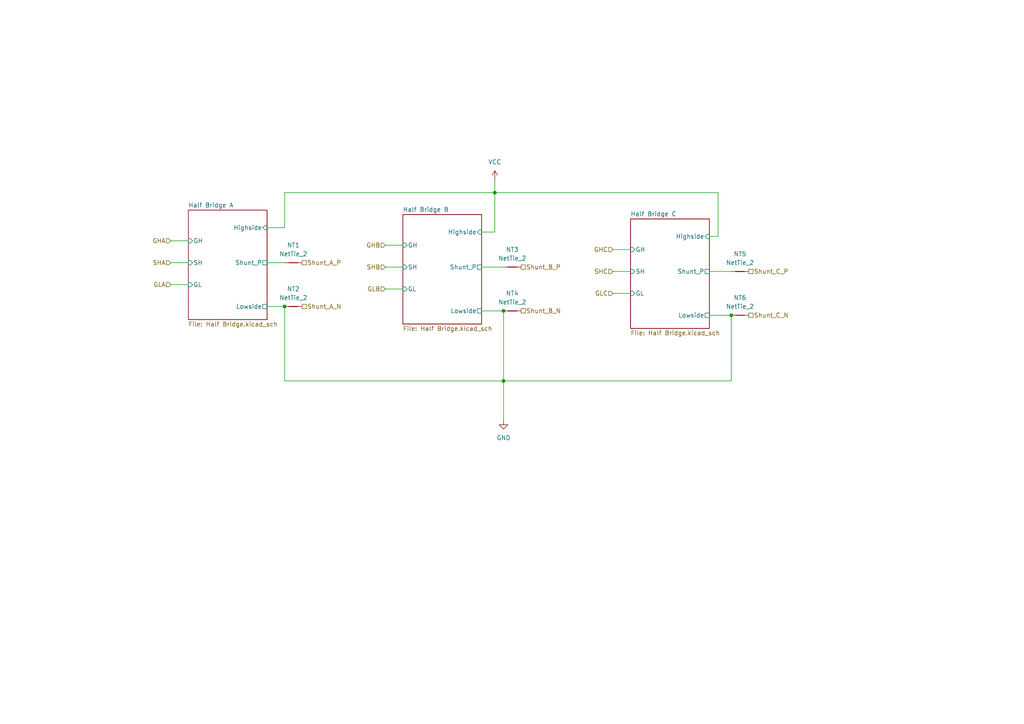
<source format=kicad_sch>
(kicad_sch (version 20211123) (generator eeschema)
  (paper "A4")
  (lib_symbols
    (symbol "Device:NetTie_2" (pin_numbers hide) (pin_names (offset 0) hide)
      (property "Reference" "NT" (at 0 1.27 0))
      (property "Value" "NetTie_2" (at 0 -1.27 0))
      (symbol "NetTie_2_0_1"
        (polyline (pts (xy -1.27 0) (xy 1.27 0)) (stroke (width 0.254)))
      )
      (symbol "NetTie_2_1_1"
        (pin passive line (at -2.54 0 0) (length 2.54) (name "1") (number "1"))
        (pin passive line (at 2.54 0 180) (length 2.54) (name "2") (number "2"))
      )
    )
    (symbol "power:GND" (power) (pin_names (offset 0))
      (property "Value" "GND" (at 0 -3.81 0))
      (symbol "GND_0_1"
        (polyline (pts (xy 0 0) (xy 0 -1.27) (xy 1.27 -1.27) (xy 0 -2.54) (xy -1.27 -1.27) (xy 0 -1.27)))
      )
      (symbol "GND_1_1"
        (pin power_in line (at 0 0 270) (length 0) hide (name "GND") (number "1"))
      )
    )
    (symbol "power:VCC" (power) (pin_names (offset 0))
      (property "Value" "VCC" (at 0 3.81 0))
      (symbol "VCC_0_1"
        (polyline (pts (xy -0.762 1.27) (xy 0 2.54)))
        (polyline (pts (xy 0 0) (xy 0 2.54)))
        (polyline (pts (xy 0 2.54) (xy 0.762 1.27)))
      )
      (symbol "VCC_1_1"
        (pin power_in line (at 0 0 90) (length 0) hide (name "VCC") (number "1"))
      )
    )
  )
  (junction (at 146.05 110.49))
  (junction (at 82.55 88.9))
  (junction (at 212.09 91.44))
  (junction (at 146.05 90.17))
  (junction (at 143.51 55.88))
  (wire (pts (xy 177.8 78.74) (xy 182.88 78.74)))
  (wire (pts (xy 143.51 55.88) (xy 208.28 55.88)))
  (wire (pts (xy 143.51 67.31) (xy 139.7 67.31)))
  (wire (pts (xy 146.05 110.49) (xy 146.05 121.92)))
  (wire (pts (xy 111.76 77.47) (xy 116.84 77.47)))
  (wire (pts (xy 139.7 77.47) (xy 146.05 77.47)))
  (wire (pts (xy 82.55 88.9) (xy 82.55 110.49)))
  (wire (pts (xy 146.05 90.17) (xy 146.05 110.49)))
  (wire (pts (xy 77.47 76.2) (xy 82.55 76.2)))
  (wire (pts (xy 77.47 66.04) (xy 82.55 66.04)))
  (wire (pts (xy 205.74 91.44) (xy 212.09 91.44)))
  (wire (pts (xy 143.51 55.88) (xy 143.51 52.07)))
  (wire (pts (xy 116.84 71.12) (xy 111.76 71.12)))
  (wire (pts (xy 146.05 110.49) (xy 212.09 110.49)))
  (wire (pts (xy 49.53 76.2) (xy 54.61 76.2)))
  (wire (pts (xy 143.51 55.88) (xy 143.51 67.31)))
  (wire (pts (xy 182.88 85.09) (xy 177.8 85.09)))
  (wire (pts (xy 54.61 69.85) (xy 49.53 69.85)))
  (wire (pts (xy 208.28 68.58) (xy 208.28 55.88)))
  (wire (pts (xy 205.74 68.58) (xy 208.28 68.58)))
  (wire (pts (xy 205.74 78.74) (xy 212.09 78.74)))
  (wire (pts (xy 116.84 83.82) (xy 111.76 83.82)))
  (wire (pts (xy 82.55 55.88) (xy 143.51 55.88)))
  (wire (pts (xy 212.09 91.44) (xy 212.09 110.49)))
  (wire (pts (xy 54.61 82.55) (xy 49.53 82.55)))
  (wire (pts (xy 182.88 72.39) (xy 177.8 72.39)))
  (wire (pts (xy 139.7 90.17) (xy 146.05 90.17)))
  (wire (pts (xy 77.47 88.9) (xy 82.55 88.9)))
  (wire (pts (xy 82.55 66.04) (xy 82.55 55.88)))
  (wire (pts (xy 82.55 110.49) (xy 146.05 110.49)))
  (hierarchical_label "GLB" (shape input) (at 111.76 83.82 180))
  (hierarchical_label "Shunt_A_P" (shape passive) (at 87.63 76.2 0))
  (hierarchical_label "SHB" (shape input) (at 111.76 77.47 180))
  (hierarchical_label "Shunt_A_N" (shape passive) (at 87.63 88.9 0))
  (hierarchical_label "Shunt_B_N" (shape passive) (at 151.13 90.17 0))
  (hierarchical_label "SHA" (shape input) (at 49.53 76.2 180))
  (hierarchical_label "GHB" (shape input) (at 111.76 71.12 180))
  (hierarchical_label "Shunt_C_P" (shape passive) (at 217.17 78.74 0))
  (hierarchical_label "SHC" (shape input) (at 177.8 78.74 180))
  (hierarchical_label "GLA" (shape input) (at 49.53 82.55 180))
  (hierarchical_label "GHC" (shape input) (at 177.8 72.39 180))
  (hierarchical_label "GLC" (shape input) (at 177.8 85.09 180))
  (hierarchical_label "Shunt_B_P" (shape passive) (at 151.13 77.47 0))
  (hierarchical_label "GHA" (shape input) (at 49.53 69.85 180))
  (hierarchical_label "Shunt_C_N" (shape passive) (at 217.17 91.44 0))
  (symbol (lib_id "power:VCC") (at 143.51 52.07 0) (unit 1)
    (property "Reference" "#PWR08" (effects hide))
    (property "Value" "VCC" (at 143.51 46.99 0))
  )
  (symbol (lib_id "Device:NetTie_2") (at 85.09 76.2 180) (unit 1) (in_bom no)
    (property "Reference" "NT1" (at 85.09 71.12 0))
    (property "Value" "NetTie_2" (at 85.09 73.66 0))
    (property "Footprint" "My_Net_tie:NetTie-8mil-track2" (effects hide))
  )
  (symbol (lib_id "Device:NetTie_2") (at 148.59 90.17 180) (unit 1) (in_bom no)
    (property "Reference" "NT4" (at 148.59 85.09 0))
    (property "Value" "NetTie_2" (at 148.59 87.63 0))
    (property "Footprint" "My_Net_tie:NetTie-8mil-track2" (effects hide))
  )
  (symbol (lib_id "Device:NetTie_2") (at 214.63 91.44 180) (unit 1) (in_bom no)
    (property "Reference" "NT6" (at 214.63 86.36 0))
    (property "Value" "NetTie_2" (at 214.63 88.9 0))
    (property "Footprint" "My_Net_tie:NetTie-8mil-track2" (effects hide))
  )
  (symbol (lib_id "power:GND") (at 146.05 121.92 0) (unit 1)
    (property "Reference" "#PWR09" (effects hide))
    (property "Value" "GND" (at 146.05 127 0))
  )
  (symbol (lib_id "Device:NetTie_2") (at 85.09 88.9 180) (unit 1) (in_bom no)
    (property "Reference" "NT2" (at 85.09 83.82 0))
    (property "Value" "NetTie_2" (at 85.09 86.36 0))
    (property "Footprint" "My_Net_tie:NetTie-8mil-track2" (effects hide))
  )
  (symbol (lib_id "Device:NetTie_2") (at 214.63 78.74 180) (unit 1) (in_bom no)
    (property "Reference" "NT5" (at 214.63 73.66 0))
    (property "Value" "NetTie_2" (at 214.63 76.2 0))
    (property "Footprint" "My_Net_tie:NetTie-8mil-track2" (effects hide))
  )
  (symbol (lib_id "Device:NetTie_2") (at 148.59 77.47 180) (unit 1) (in_bom no)
    (property "Reference" "NT3" (at 148.59 72.39 0))
    (property "Value" "NetTie_2" (at 148.59 74.93 0))
    (property "Footprint" "My_Net_tie:NetTie-8mil-track2" (effects hide))
  )
  (sheet (at 116.84 62.23) (size 22.86 31.75) (stroke (width 0.1524))
    (property "Sheet name" "Half Bridge B" (at 116.84 61.5184 0) (effects (justify left bottom)))
    (property "Sheet file" "Half Bridge.kicad_sch" (at 116.84 94.5646 0) (effects (justify left top)))
    (pin "SH" input (at 116.84 77.47 180))
    (pin "Lowside" passive (at 139.7 90.17 0))
    (pin "GH" input (at 116.84 71.12 180))
    (pin "GL" input (at 116.84 83.82 180))
    (pin "Highside" input (at 139.7 67.31 0))
    (pin "Shunt_P" passive (at 139.7 77.47 0))
  )
  (sheet (at 54.61 60.96) (size 22.86 31.75) (stroke (width 0.1524))
    (property "Sheet name" "Half Bridge A" (at 54.61 60.2484 0) (effects (justify left bottom)))
    (property "Sheet file" "Half Bridge.kicad_sch" (at 54.61 93.2946 0) (effects (justify left top)))
    (pin "SH" input (at 54.61 76.2 180))
    (pin "Lowside" passive (at 77.47 88.9 0))
    (pin "GH" input (at 54.61 69.85 180))
    (pin "GL" input (at 54.61 82.55 180))
    (pin "Highside" input (at 77.47 66.04 0))
    (pin "Shunt_P" passive (at 77.47 76.2 0))
  )
  (sheet (at 182.88 63.5) (size 22.86 31.75) (stroke (width 0.1524))
    (property "Sheet name" "Half Bridge C" (at 182.88 62.7884 0) (effects (justify left bottom)))
    (property "Sheet file" "Half Bridge.kicad_sch" (at 182.88 95.8346 0) (effects (justify left top)))
    (pin "SH" input (at 182.88 78.74 180))
    (pin "Lowside" passive (at 205.74 91.44 0))
    (pin "GH" input (at 182.88 72.39 180))
    (pin "GL" input (at 182.88 85.09 180))
    (pin "Highside" input (at 205.74 68.58 0))
    (pin "Shunt_P" passive (at 205.74 78.74 0))
  )
)
</source>
